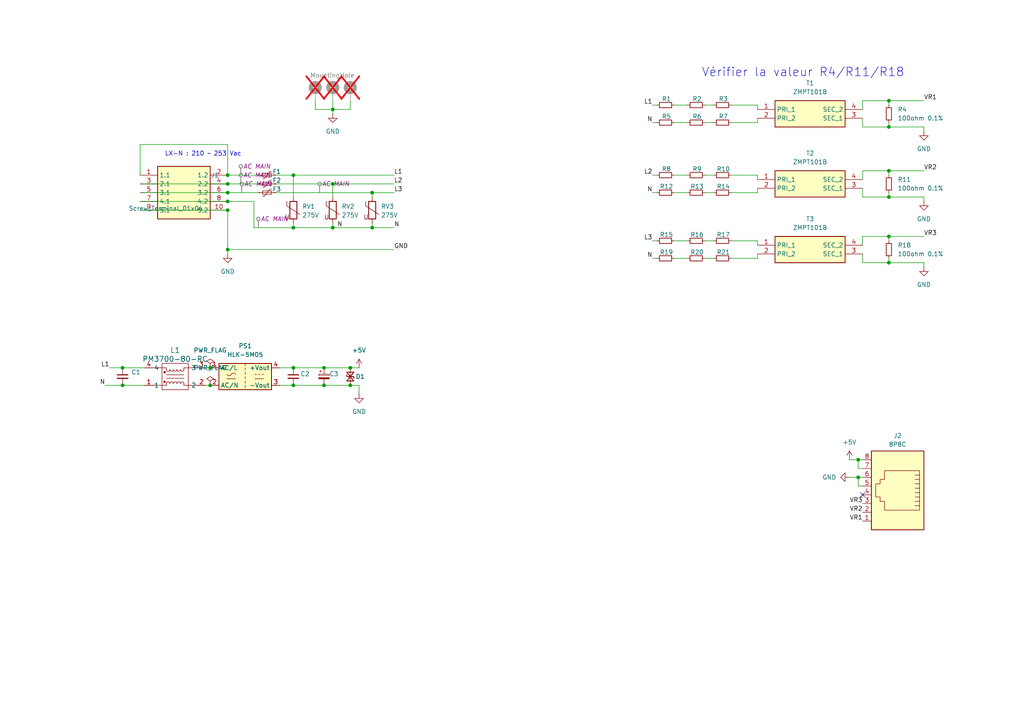
<source format=kicad_sch>
(kicad_sch (version 20231120) (generator "eeschema") (generator_version "8.0")
  (paper "A4")
  (lib_symbols
    (symbol "Connector:8P8C" (pin_names (offset 1.016))
      (property "Reference" "J" (at -5.08 13.97 0))
      (property "Value" "8P8C" (at 2.54 13.97 0))
      (symbol "8P8C_0_1"
        (polyline (pts (xy -5.08 4.445) (xy -6.35 4.445)))
        (polyline (pts (xy -5.08 5.715) (xy -6.35 5.715)))
        (polyline (pts (xy -6.35 -3.175) (xy -5.08 -3.175) (xy -5.08 -3.175)))
        (polyline (pts (xy -6.35 -1.905) (xy -5.08 -1.905) (xy -5.08 -1.905)))
        (polyline (pts (xy -6.35 -0.635) (xy -5.08 -0.635) (xy -5.08 -0.635)))
        (polyline (pts (xy -6.35 0.635) (xy -5.08 0.635) (xy -5.08 0.635)))
        (polyline (pts (xy -6.35 1.905) (xy -5.08 1.905) (xy -5.08 1.905)))
        (polyline (pts (xy -5.08 3.175) (xy -6.35 3.175) (xy -6.35 3.175)))
        (polyline (pts (xy -6.35 -4.445) (xy -6.35 6.985) (xy 3.81 6.985) (xy 3.81 4.445) (xy 5.08 4.445) (xy 5.08 3.175) (xy 6.35 3.175) (xy 6.35 -0.635) (xy 5.08 -0.635) (xy 5.08 -1.905) (xy 3.81 -1.905) (xy 3.81 -4.445) (xy -6.35 -4.445) (xy -6.35 -4.445)))
        (rectangle (start 7.62 12.7) (end -7.62 -10.16) (stroke (width 0.254)) (fill (type background)))
      )
      (symbol "8P8C_1_1"
        (pin passive line (at 10.16 -7.62 180) (length 2.54) (name "~") (number "1"))
        (pin passive line (at 10.16 -5.08 180) (length 2.54) (name "~") (number "2"))
        (pin passive line (at 10.16 -2.54 180) (length 2.54) (name "~") (number "3"))
        (pin passive line (at 10.16 0 180) (length 2.54) (name "~") (number "4"))
        (pin passive line (at 10.16 2.54 180) (length 2.54) (name "~") (number "5"))
        (pin passive line (at 10.16 5.08 180) (length 2.54) (name "~") (number "6"))
        (pin passive line (at 10.16 7.62 180) (length 2.54) (name "~") (number "7"))
        (pin passive line (at 10.16 10.16 180) (length 2.54) (name "~") (number "8"))
      )
    )
    (symbol "Converter_ACDC:HLK-5M05"
      (property "Reference" "PS" (at 0 5.08 0))
      (property "Value" "HLK-5M05" (at 0 -5.08 0))
      (symbol "HLK-5M05_0_1"
        (rectangle (start -7.62 3.81) (end 7.62 -3.81) (stroke (width 0.254)) (fill (type background)))
        (arc (start -5.334 0.635) (mid -4.699 0.2495) (end -4.064 0.635))
        (arc (start -2.794 0.635) (mid -3.429 1.0072) (end -4.064 0.635))
        (polyline (pts (xy -5.334 -0.635) (xy -2.794 -0.635)))
        (polyline (pts (xy 0 -2.54) (xy 0 -3.175)))
        (polyline (pts (xy 0 -1.27) (xy 0 -1.905)))
        (polyline (pts (xy 0 0) (xy 0 -0.635)))
        (polyline (pts (xy 0 1.27) (xy 0 0.635)))
        (polyline (pts (xy 0 2.54) (xy 0 1.905)))
        (polyline (pts (xy 0 3.81) (xy 0 3.175)))
        (polyline (pts (xy 2.794 -0.635) (xy 5.334 -0.635)))
        (polyline (pts (xy 2.794 0.635) (xy 3.302 0.635)))
        (polyline (pts (xy 3.81 0.635) (xy 4.318 0.635)))
        (polyline (pts (xy 4.826 0.635) (xy 5.334 0.635)))
      )
      (symbol "HLK-5M05_1_1"
        (pin power_in line (at -10.16 2.54 0) (length 2.54) (name "AC/L") (number "1"))
        (pin power_in line (at -10.16 -2.54 0) (length 2.54) (name "AC/N") (number "2"))
        (pin power_out line (at 10.16 -2.54 180) (length 2.54) (name "-Vout") (number "3"))
        (pin power_out line (at 10.16 2.54 180) (length 2.54) (name "+Vout") (number "4"))
      )
    )
    (symbol "Device:C_Polarized_Small" (pin_numbers hide) (pin_names (offset 0.254) hide)
      (property "Reference" "C" (at 0.254 1.778 0))
      (property "Value" "C_Polarized_Small" (at 0.254 -2.032 0))
      (symbol "C_Polarized_Small_0_1"
        (rectangle (start -1.524 -0.3048) (end 1.524 -0.6858) (fill (type outline)))
        (rectangle (start -1.524 0.6858) (end 1.524 0.3048))
        (polyline (pts (xy -1.27 1.524) (xy -0.762 1.524)))
        (polyline (pts (xy -1.016 1.27) (xy -1.016 1.778)))
      )
      (symbol "C_Polarized_Small_1_1"
        (pin passive line (at 0 2.54 270) (length 1.8542) (name "~") (number "1"))
        (pin passive line (at 0 -2.54 90) (length 1.8542) (name "~") (number "2"))
      )
    )
    (symbol "Device:C_Small" (pin_numbers hide) (pin_names (offset 0.254) hide)
      (property "Reference" "C" (at 0.254 1.778 0))
      (property "Value" "C_Small" (at 0.254 -2.032 0))
      (symbol "C_Small_0_1"
        (polyline (pts (xy -1.524 -0.508) (xy 1.524 -0.508)) (stroke (width 0.3302)))
        (polyline (pts (xy -1.524 0.508) (xy 1.524 0.508)) (stroke (width 0.3048)))
      )
      (symbol "C_Small_1_1"
        (pin passive line (at 0 2.54 270) (length 2.032) (name "~") (number "1"))
        (pin passive line (at 0 -2.54 90) (length 2.032) (name "~") (number "2"))
      )
    )
    (symbol "Device:D_TVS_Small" (pin_numbers hide) (pin_names (offset 1.016) hide)
      (property "Reference" "D" (at 0 2.54 0))
      (property "Value" "D_TVS_Small" (at 0 -2.54 0))
      (symbol "D_TVS_Small_0_1"
        (polyline (pts (xy -1.27 0) (xy 1.27 0)))
        (polyline (pts (xy 0.508 1.016) (xy 0 1.016) (xy 0 -1.016) (xy -0.508 -1.016)) (stroke (width 0.254)))
        (polyline (pts (xy -1.27 1.016) (xy -1.27 -1.016) (xy 1.27 1.016) (xy 1.27 -1.016) (xy -1.27 1.016)) (stroke (width 0.254)))
      )
      (symbol "D_TVS_Small_1_1"
        (pin passive line (at -2.54 0 0) (length 1.27) (name "A1") (number "1"))
        (pin passive line (at 2.54 0 180) (length 1.27) (name "A2") (number "2"))
      )
    )
    (symbol "Device:Polyfuse_Small" (pin_numbers hide) (pin_names (offset 0))
      (property "Reference" "F" (at -1.905 0 90))
      (property "Value" "Polyfuse_Small" (at 1.905 0 90))
      (symbol "Polyfuse_Small_0_1"
        (rectangle (start -0.508 1.27) (end 0.508 -1.27))
        (polyline (pts (xy 0 2.54) (xy 0 -2.54)))
        (polyline (pts (xy -1.016 1.27) (xy -1.016 0.762) (xy 1.016 -0.762) (xy 1.016 -1.27)))
      )
      (symbol "Polyfuse_Small_1_1"
        (pin passive line (at 0 2.54 270) (length 0.635) (name "~") (number "1"))
        (pin passive line (at 0 -2.54 90) (length 0.635) (name "~") (number "2"))
      )
    )
    (symbol "Device:R_Small" (pin_numbers hide) (pin_names (offset 0.254) hide)
      (property "Reference" "R" (at 0.762 0.508 0))
      (property "Value" "R_Small" (at 0.762 -1.016 0))
      (symbol "R_Small_0_1"
        (rectangle (start -0.762 1.778) (end 0.762 -1.778) (stroke (width 0.2032)))
      )
      (symbol "R_Small_1_1"
        (pin passive line (at 0 2.54 270) (length 0.762) (name "~") (number "1"))
        (pin passive line (at 0 -2.54 90) (length 0.762) (name "~") (number "2"))
      )
    )
    (symbol "Device:Varistor" (pin_numbers hide) (pin_names (offset 0))
      (property "Reference" "RV" (at 3.175 0 90))
      (property "Value" "Varistor" (at -3.175 0 90))
      (symbol "Varistor_0_0"
        (text "U" (at -1.778 -2.032 0) (effects (font (size 1.27 1.27))))
      )
      (symbol "Varistor_0_1"
        (rectangle (start -1.016 -2.54) (end 1.016 2.54) (stroke (width 0.254)))
        (polyline (pts (xy -1.905 2.54) (xy -1.905 1.27) (xy 1.905 -1.27)))
      )
      (symbol "Varistor_1_1"
        (pin passive line (at 0 3.81 270) (length 1.27) (name "~") (number "1"))
        (pin passive line (at 0 -3.81 90) (length 1.27) (name "~") (number "2"))
      )
    )
    (symbol "Enerwize:2913630000"
      (property "Reference" "J" (at 21.59 7.62 0))
      (property "Value" "2913630000" (at 21.59 5.08 0))
      (symbol "2913630000_1_1"
        (rectangle (start 5.08 2.54) (end 20.32 -12.7) (stroke (width 0.254)) (fill (type background)))
        (pin passive line (at 25.4 0 180) (length 5.08) (name "1.1") (number "1"))
        (pin passive line (at 0 -10.16 0) (length 5.08) (name "5.2") (number "10"))
        (pin passive line (at 0 0 0) (length 5.08) (name "1.2") (number "2"))
        (pin passive line (at 25.4 -2.54 180) (length 5.08) (name "2.1") (number "3"))
        (pin passive line (at 0 -2.54 0) (length 5.08) (name "2.2") (number "4"))
        (pin passive line (at 25.4 -5.08 180) (length 5.08) (name "3.1") (number "5"))
        (pin passive line (at 0 -5.08 0) (length 5.08) (name "3.2") (number "6"))
        (pin passive line (at 25.4 -7.62 180) (length 5.08) (name "4.1") (number "7"))
        (pin passive line (at 0 -7.62 0) (length 5.08) (name "4.2") (number "8"))
        (pin passive line (at 25.4 -10.16 180) (length 5.08) (name "5.1") (number "9"))
      )
    )
    (symbol "Enerwize:PM3700-80-RC" (pin_names (offset 0.254))
      (property "Reference" "L" (at 12.7 5.08 0))
      (property "Value" "PM3700-80-RC" (at 12.7 8.128 0))
      (symbol "PM3700-80-RC_0_1"
        (polyline (pts (xy 6.35 0) (xy 10.16 0)))
        (polyline (pts (xy 10.16 -5.08) (xy 6.35 -5.08)))
        (polyline (pts (xy 10.16 -4.572) (xy 10.16 -5.08)))
        (polyline (pts (xy 10.16 -3.048) (xy 15.24 -3.048)))
        (polyline (pts (xy 10.16 -0.508) (xy 10.16 0)))
        (polyline (pts (xy 15.24 -5.08) (xy 15.24 -4.572)))
        (polyline (pts (xy 15.24 -2.032) (xy 10.16 -2.032)))
        (polyline (pts (xy 15.24 -0.508) (xy 15.24 0)))
        (polyline (pts (xy 19.05 -5.08) (xy 15.24 -5.08)))
        (polyline (pts (xy 19.05 0) (xy 15.24 0)))
        (rectangle (start 8.89 1.27) (end 16.51 -6.35))
        (circle (center 9.652 -4.064) (radius 0.254) (fill (type outline)))
        (circle (center 9.652 -1.27) (radius 0.254) (fill (type outline)))
        (arc (start 10.16 -0.508) (mid 10.668 -1.0138) (end 11.176 -0.508))
        (arc (start 11.176 -4.572) (mid 10.668 -4.0662) (end 10.16 -4.572))
        (arc (start 11.176 -0.508) (mid 11.684 -1.0138) (end 12.192 -0.508))
        (arc (start 12.192 -4.572) (mid 11.684 -4.0662) (end 11.176 -4.572))
        (arc (start 12.192 -0.508) (mid 12.7 -1.0138) (end 13.208 -0.508))
        (arc (start 13.208 -4.572) (mid 12.7 -4.0662) (end 12.192 -4.572))
        (arc (start 13.208 -0.508) (mid 13.716 -1.0138) (end 14.224 -0.508))
        (arc (start 14.224 -4.572) (mid 13.716 -4.0662) (end 13.208 -4.572))
        (arc (start 14.224 -0.508) (mid 14.732 -1.0138) (end 15.24 -0.508))
        (arc (start 15.24 -4.572) (mid 14.732 -4.0662) (end 14.224 -4.572))
      )
      (symbol "PM3700-80-RC_1_1"
        (pin passive line (at 3.81 -5.08 0) (length 2.54) (name "1") (number "1"))
        (pin passive line (at 21.59 -5.08 180) (length 2.54) (name "2") (number "2"))
        (pin passive line (at 21.59 0 180) (length 2.54) (name "3") (number "3"))
        (pin passive line (at 3.81 0 0) (length 2.54) (name "4") (number "4"))
      )
    )
    (symbol "Enerwize:ZMPT101B"
      (property "Reference" "T" (at 26.67 7.62 0))
      (property "Value" "ZMPT101B" (at 26.67 5.08 0))
      (symbol "ZMPT101B_1_1"
        (rectangle (start 5.08 2.54) (end 25.4 -5.08) (stroke (width 0.254)) (fill (type background)))
        (pin passive line (at 0 0 0) (length 5.08) (name "PRI_1") (number "1"))
        (pin passive line (at 0 -2.54 0) (length 5.08) (name "PRI_2") (number "2"))
        (pin passive line (at 30.48 -2.54 180) (length 5.08) (name "SEC_1") (number "3"))
        (pin passive line (at 30.48 0 180) (length 5.08) (name "SEC_2") (number "4"))
      )
    )
    (symbol "Mechanical:MountingHole_Pad" (pin_numbers hide) (pin_names (offset 1.016) hide) (exclude_from_sim yes) (in_bom no)
      (property "Reference" "H" (at 0 6.35 0))
      (property "Value" "MountingHole_Pad" (at 0 4.445 0))
      (symbol "MountingHole_Pad_0_1"
        (circle (center 0 1.27) (radius 1.27) (stroke (width 1.27)))
      )
      (symbol "MountingHole_Pad_1_1"
        (pin input line (at 0 -2.54 90) (length 2.54) (name "1") (number "1"))
      )
    )
    (symbol "power:+5V" (power) (pin_numbers hide) (pin_names (offset 0) hide)
      (property "Value" "+5V" (at 0 3.556 0))
      (symbol "+5V_0_1"
        (polyline (pts (xy -0.762 1.27) (xy 0 2.54)))
        (polyline (pts (xy 0 0) (xy 0 2.54)))
        (polyline (pts (xy 0 2.54) (xy 0.762 1.27)))
      )
      (symbol "+5V_1_1"
        (pin power_in line (at 0 0 90) (length 0) (name "~") (number "1"))
      )
    )
    (symbol "power:GND" (power) (pin_numbers hide) (pin_names (offset 0) hide)
      (property "Value" "GND" (at 0 -3.81 0))
      (symbol "GND_0_1"
        (polyline (pts (xy 0 0) (xy 0 -1.27) (xy 1.27 -1.27) (xy 0 -2.54) (xy -1.27 -1.27) (xy 0 -1.27)))
      )
      (symbol "GND_1_1"
        (pin power_in line (at 0 0 270) (length 0) (name "~") (number "1"))
      )
    )
    (symbol "power:PWR_FLAG" (power) (pin_numbers hide) (pin_names (offset 0) hide)
      (property "Value" "PWR_FLAG" (at 0 3.81 0))
      (symbol "PWR_FLAG_0_0"
        (pin power_out line (at 0 0 90) (length 0) (name "~") (number "1"))
      )
      (symbol "PWR_FLAG_0_1"
        (polyline (pts (xy 0 0) (xy 0 1.27) (xy -1.016 1.905) (xy 0 2.54) (xy 1.016 1.905) (xy 0 1.27)))
      )
    )
  )
  (junction (at 93.98 111.76))
  (junction (at 60.96 106.68))
  (junction (at 107.95 55.88))
  (junction (at 60.96 111.76))
  (junction (at 257.81 29.21))
  (junction (at 66.04 58.42))
  (junction (at 66.04 53.34))
  (junction (at 101.6 111.76))
  (junction (at 257.81 49.53))
  (junction (at 85.09 50.8))
  (junction (at 35.56 106.68))
  (junction (at 257.81 68.58))
  (junction (at 96.52 66.04))
  (junction (at 85.09 106.68))
  (junction (at 93.98 106.68))
  (junction (at 107.95 66.04))
  (junction (at 66.04 72.39))
  (junction (at 35.56 111.76))
  (junction (at 96.52 53.34))
  (junction (at 85.09 66.04))
  (junction (at 66.04 55.88))
  (junction (at 66.04 50.8))
  (junction (at 96.52 31.75))
  (junction (at 101.6 106.68))
  (junction (at 257.81 76.2))
  (junction (at 248.92 133.35))
  (junction (at 257.81 36.83))
  (junction (at 66.04 60.96))
  (junction (at 85.09 111.76))
  (junction (at 257.81 57.15))
  (junction (at 248.92 138.43))
  (no_connect (at 250.19 143.51))
  (wire (pts (xy 257.81 68.58) (xy 257.81 69.85)))
  (wire (pts (xy 80.01 50.8) (xy 85.09 50.8)))
  (wire (pts (xy 30.48 111.76) (xy 35.56 111.76)))
  (wire (pts (xy 250.19 54.61) (xy 250.19 57.15)))
  (wire (pts (xy 73.66 66.04) (xy 73.66 58.42)))
  (wire (pts (xy 257.81 36.83) (xy 257.81 35.56)))
  (wire (pts (xy 190.5 35.56) (xy 189.23 35.56)))
  (wire (pts (xy 66.04 53.34) (xy 74.93 53.34)))
  (wire (pts (xy 219.71 50.8) (xy 219.71 52.07)))
  (wire (pts (xy 190.5 55.88) (xy 189.23 55.88)))
  (wire (pts (xy 96.52 33.02) (xy 96.52 31.75)))
  (wire (pts (xy 250.19 34.29) (xy 250.19 36.83)))
  (wire (pts (xy 248.92 133.35) (xy 246.38 133.35)))
  (wire (pts (xy 91.44 31.75) (xy 96.52 31.75)))
  (wire (pts (xy 80.01 53.34) (xy 96.52 53.34)))
  (wire (pts (xy 190.5 74.93) (xy 189.23 74.93)))
  (wire (pts (xy 59.69 111.76) (xy 60.96 111.76)))
  (wire (pts (xy 267.97 57.15) (xy 267.97 58.42)))
  (wire (pts (xy 212.09 30.48) (xy 219.71 30.48)))
  (wire (pts (xy 250.19 133.35) (xy 248.92 133.35)))
  (wire (pts (xy 31.75 106.68) (xy 35.56 106.68)))
  (wire (pts (xy 257.81 76.2) (xy 267.97 76.2)))
  (wire (pts (xy 250.19 52.07) (xy 250.19 49.53)))
  (wire (pts (xy 107.95 55.88) (xy 107.95 57.15)))
  (wire (pts (xy 96.52 53.34) (xy 114.3 53.34)))
  (wire (pts (xy 40.64 60.96) (xy 66.04 60.96)))
  (wire (pts (xy 248.92 135.89) (xy 248.92 133.35)))
  (wire (pts (xy 204.47 55.88) (xy 207.01 55.88)))
  (wire (pts (xy 250.19 73.66) (xy 250.19 76.2)))
  (wire (pts (xy 66.04 41.91) (xy 66.04 50.8)))
  (wire (pts (xy 250.19 135.89) (xy 248.92 135.89)))
  (wire (pts (xy 219.71 35.56) (xy 219.71 34.29)))
  (wire (pts (xy 85.09 50.8) (xy 114.3 50.8)))
  (wire (pts (xy 96.52 53.34) (xy 96.52 57.15)))
  (wire (pts (xy 93.98 106.68) (xy 101.6 106.68)))
  (wire (pts (xy 85.09 111.76) (xy 93.98 111.76)))
  (wire (pts (xy 250.19 76.2) (xy 257.81 76.2)))
  (wire (pts (xy 189.23 30.48) (xy 190.5 30.48)))
  (wire (pts (xy 267.97 76.2) (xy 267.97 77.47)))
  (wire (pts (xy 257.81 57.15) (xy 257.81 55.88)))
  (wire (pts (xy 40.64 41.91) (xy 66.04 41.91)))
  (wire (pts (xy 250.19 36.83) (xy 257.81 36.83)))
  (wire (pts (xy 257.81 76.2) (xy 257.81 74.93)))
  (wire (pts (xy 195.58 50.8) (xy 199.39 50.8)))
  (wire (pts (xy 85.09 106.68) (xy 93.98 106.68)))
  (wire (pts (xy 204.47 74.93) (xy 207.01 74.93)))
  (wire (pts (xy 189.23 50.8) (xy 190.5 50.8)))
  (wire (pts (xy 212.09 74.93) (xy 219.71 74.93)))
  (wire (pts (xy 40.64 55.88) (xy 66.04 55.88)))
  (wire (pts (xy 204.47 50.8) (xy 207.01 50.8)))
  (wire (pts (xy 93.98 111.76) (xy 101.6 111.76)))
  (wire (pts (xy 212.09 35.56) (xy 219.71 35.56)))
  (wire (pts (xy 267.97 36.83) (xy 267.97 38.1)))
  (wire (pts (xy 35.56 106.68) (xy 41.91 106.68)))
  (wire (pts (xy 212.09 69.85) (xy 219.71 69.85)))
  (wire (pts (xy 107.95 64.77) (xy 107.95 66.04)))
  (wire (pts (xy 96.52 66.04) (xy 107.95 66.04)))
  (wire (pts (xy 257.81 68.58) (xy 267.97 68.58)))
  (wire (pts (xy 250.19 49.53) (xy 257.81 49.53)))
  (wire (pts (xy 40.64 50.8) (xy 40.64 41.91)))
  (wire (pts (xy 101.6 106.68) (xy 104.14 106.68)))
  (wire (pts (xy 66.04 50.8) (xy 74.93 50.8)))
  (wire (pts (xy 104.14 111.76) (xy 104.14 114.3)))
  (wire (pts (xy 96.52 29.21) (xy 96.52 31.75)))
  (wire (pts (xy 219.71 69.85) (xy 219.71 71.12)))
  (wire (pts (xy 73.66 58.42) (xy 66.04 58.42)))
  (wire (pts (xy 212.09 55.88) (xy 219.71 55.88)))
  (wire (pts (xy 104.14 111.76) (xy 101.6 111.76)))
  (wire (pts (xy 195.58 55.88) (xy 199.39 55.88)))
  (wire (pts (xy 107.95 66.04) (xy 114.3 66.04)))
  (wire (pts (xy 219.71 30.48) (xy 219.71 31.75)))
  (wire (pts (xy 257.81 49.53) (xy 267.97 49.53)))
  (wire (pts (xy 204.47 30.48) (xy 207.01 30.48)))
  (wire (pts (xy 250.19 138.43) (xy 248.92 138.43)))
  (wire (pts (xy 195.58 30.48) (xy 199.39 30.48)))
  (wire (pts (xy 250.19 140.97) (xy 248.92 140.97)))
  (wire (pts (xy 195.58 69.85) (xy 199.39 69.85)))
  (wire (pts (xy 101.6 31.75) (xy 96.52 31.75)))
  (wire (pts (xy 250.19 57.15) (xy 257.81 57.15)))
  (wire (pts (xy 257.81 29.21) (xy 257.81 30.48)))
  (wire (pts (xy 189.23 69.85) (xy 190.5 69.85)))
  (wire (pts (xy 101.6 29.21) (xy 101.6 31.75)))
  (wire (pts (xy 250.19 31.75) (xy 250.19 29.21)))
  (wire (pts (xy 35.56 111.76) (xy 41.91 111.76)))
  (wire (pts (xy 66.04 72.39) (xy 114.3 72.39)))
  (wire (pts (xy 195.58 35.56) (xy 199.39 35.56)))
  (wire (pts (xy 219.71 74.93) (xy 219.71 73.66)))
  (wire (pts (xy 107.95 55.88) (xy 114.3 55.88)))
  (wire (pts (xy 204.47 35.56) (xy 207.01 35.56)))
  (wire (pts (xy 250.19 68.58) (xy 257.81 68.58)))
  (wire (pts (xy 85.09 57.15) (xy 85.09 50.8)))
  (wire (pts (xy 40.64 53.34) (xy 66.04 53.34)))
  (wire (pts (xy 257.81 29.21) (xy 267.97 29.21)))
  (wire (pts (xy 85.09 66.04) (xy 96.52 66.04)))
  (wire (pts (xy 204.47 69.85) (xy 207.01 69.85)))
  (wire (pts (xy 85.09 64.77) (xy 85.09 66.04)))
  (wire (pts (xy 66.04 55.88) (xy 74.93 55.88)))
  (wire (pts (xy 66.04 72.39) (xy 66.04 73.66)))
  (wire (pts (xy 250.19 71.12) (xy 250.19 68.58)))
  (wire (pts (xy 219.71 55.88) (xy 219.71 54.61)))
  (wire (pts (xy 212.09 50.8) (xy 219.71 50.8)))
  (wire (pts (xy 81.28 111.76) (xy 85.09 111.76)))
  (wire (pts (xy 91.44 29.21) (xy 91.44 31.75)))
  (wire (pts (xy 66.04 60.96) (xy 66.04 72.39)))
  (wire (pts (xy 248.92 140.97) (xy 248.92 138.43)))
  (wire (pts (xy 195.58 74.93) (xy 199.39 74.93)))
  (wire (pts (xy 250.19 29.21) (xy 257.81 29.21)))
  (wire (pts (xy 257.81 36.83) (xy 267.97 36.83)))
  (wire (pts (xy 96.52 64.77) (xy 96.52 66.04)))
  (wire (pts (xy 80.01 55.88) (xy 107.95 55.88)))
  (wire (pts (xy 257.81 57.15) (xy 267.97 57.15)))
  (wire (pts (xy 40.64 58.42) (xy 66.04 58.42)))
  (wire (pts (xy 257.81 49.53) (xy 257.81 50.8)))
  (wire (pts (xy 59.69 106.68) (xy 60.96 106.68)))
  (wire (pts (xy 73.66 66.04) (xy 85.09 66.04)))
  (wire (pts (xy 248.92 138.43) (xy 246.38 138.43)))
  (wire (pts (xy 81.28 106.68) (xy 85.09 106.68)))
  (text "Vérifier la valeur R4/R11/R18\n" (at 232.918 21.082 0) (effects (font (size 2.5 2.5))))
  (text "LX-N : 210 ~ 253 Vac" (at 58.928 44.704 0) (effects (font (size 1.27 1.27))))
  (label "N" (at 189.23 55.88 180))
  (label "VR3" (at 267.97 68.58 0))
  (label "L3" (at 114.3 55.88 0))
  (label "N" (at 97.79 66.04 0))
  (label "VR2" (at 250.19 148.59 180))
  (label "L1" (at 114.3 50.8 0))
  (label "VR1" (at 267.97 29.21 0))
  (label "N" (at 189.23 74.93 180))
  (label "N" (at 189.23 35.56 180))
  (label "VR3" (at 250.19 146.05 180))
  (label "L1" (at 189.23 30.48 180))
  (label "L2" (at 189.23 50.8 180))
  (label "VR2" (at 267.97 49.53 0))
  (label "L3" (at 189.23 69.85 180))
  (label "N" (at 30.48 111.76 180))
  (label "N" (at 114.3 66.04 0))
  (label "VR1" (at 250.19 151.13 180))
  (label "GND" (at 114.3 72.39 0))
  (label "L2" (at 114.3 53.34 0))
  (label "L1" (at 31.75 106.68 180))
  (netclass_flag "" (length 2.54) (shape round) (at 70.1283 55.88 0) (property "Netclass" "AC MAIN" (at 70.8268 53.34 0) (effects (font (italic yes)) (justify left))))
  (netclass_flag "" (length 2.54) (shape round) (at 74.93 66.04 0) (property "Netclass" "AC MAIN" (at 75.6285 63.5 0) (effects (font (italic yes)) (justify left))))
  (netclass_flag "" (length 2.54) (shape round) (at 69.85 53.34 0) (property "Netclass" "AC MAIN" (at 70.5485 50.8 0) (effects (font (italic yes)) (justify left))))
  (netclass_flag "" (length 2.54) (shape round) (at 92.71 55.88 0) (property "Netclass" "AC MAIN" (at 93.4085 53.34 0) (effects (font (italic yes)) (justify left))))
  (netclass_flag "" (length 2.54) (shape round) (at 69.85 50.8 0) (property "Netclass" "AC MAIN" (at 70.5485 48.26 0) (effects (font (italic yes)) (justify left))))
  (symbol (lib_id "Enerwize:ZMPT101B") (at 219.71 52.07 0) (unit 1)
    (property "Reference" "T2" (at 234.95 44.45 0))
    (property "Value" "ZMPT101B" (at 234.95 46.99 0))
    (property "Footprint" "Enerwize:ZMPT101B" (effects (hide yes)))
    (property "Description" "Current-type Voltage Transformer" (effects (hide yes)))
    (property "Height" "18.8" (effects (hide yes)))
    (property "Manufacturer_Name" "Qingxian Zeming Langxi Electronic" (effects (hide yes)))
    (property "Manufacturer_Part_Number" "ZMPT101B" (effects (hide yes)))
    (property "LCSC Part #" "C111858" (effects (hide yes)))
    (property "MPN" "ZMPT101B" (effects (hide yes)))
  )
  (symbol (lib_id "Device:R_Small") (at 257.81 53.34 0) (unit 1)
    (property "Reference" "R11" (at 260.35 52.0699 0) (effects (justify left)))
    (property "Value" "100ohm 0.1%" (at 260.35 54.6099 0) (effects (justify left)))
    (property "Footprint" "Resistor_SMD:R_0603_1608Metric_Pad0.98x0.95mm_HandSolder" (effects (hide yes)))
    (property "Description" "Resistor, small symbol" (effects (hide yes)))
    (property "LCSC Part #" "C2989113" (effects (hide yes)))
    (property "MPN" "TC0325B1000T5F" (effects (hide yes)))
  )
  (symbol (lib_id "Enerwize:2913630000") (at 66.04 50.8 0) (mirror y) (unit 1)
    (property "Reference" "J1" (at 63.5 50.7999 0) (effects (justify left)))
    (property "Value" "Screw_Terminal_01x04" (at 58.928 60.452 0) (effects (justify left)))
    (property "Footprint" "Enerwize:2913630000" (effects (hide yes)))
    (property "Datasheet" "http://catalog.weidmueller.com/createDatasheetForMobile.do?ordernumber=2913630000&scope1=1&scope2=1&localeId=en" (effects (hide yes)))
    (property "Description" "Printed circuit board terminals, PCB terminal, THT solder connection, Pitch in mm: 5.00 mm, Number of poles: 5, Tube" (effects (hide yes)))
    (property "Height" "13.2" (effects (hide yes)))
    (property "Mouser Part Number" "470-2913630000" (effects (hide yes)))
    (property "Mouser Price/Stock" "https://www.mouser.co.uk/ProductDetail/Weidmuller/2913630000?qs=Z%252BL2brAPG1KgOprUAc85ZA%3D%3D" (effects (hide yes)))
    (property "Manufacturer_Name" "Weidmuller" (effects (hide yes)))
    (property "Manufacturer_Part_Number" "2913630000" (effects (hide yes)))
    (property "MPN" "2913630000" (effects (hide yes)))
  )
  (symbol (lib_id "Enerwize:ZMPT101B") (at 219.71 31.75 0) (unit 1)
    (property "Reference" "T1" (at 234.95 24.13 0))
    (property "Value" "ZMPT101B" (at 234.95 26.67 0))
    (property "Footprint" "Enerwize:ZMPT101B" (effects (hide yes)))
    (property "Description" "Current-type Voltage Transformer" (effects (hide yes)))
    (property "Height" "18.8" (effects (hide yes)))
    (property "Manufacturer_Name" "Qingxian Zeming Langxi Electronic" (effects (hide yes)))
    (property "Manufacturer_Part_Number" "ZMPT101B" (effects (hide yes)))
    (property "LCSC Part #" "C111858" (effects (hide yes)))
    (property "MPN" "ZMPT101B" (effects (hide yes)))
  )
  (symbol (lib_id "Device:R_Small") (at 193.04 30.48 90) (unit 1)
    (property "Reference" "R1" (at 193.294 28.702 90))
    (property "Value" "10k 150V ±100ppm/℃ ±1%" (effects (hide yes)))
    (property "Footprint" "Resistor_SMD:R_0805_2012Metric_Pad1.20x1.40mm_HandSolder" (effects (hide yes)))
    (property "Description" "Resistor, small symbol" (effects (hide yes)))
    (property "LCSC Part #" "C2785236" (effects (hide yes)))
    (property "MPN" "PS05W3F1002T5E" (effects (hide yes)))
  )
  (symbol (lib_id "Device:Varistor") (at 85.09 60.96 0) (unit 1)
    (property "Reference" "RV1" (at 87.63 59.8832 0) (effects (justify left)))
    (property "Value" "275V" (at 87.63 62.4232 0) (effects (justify left)))
    (property "Footprint" "Varistor:RV_Disc_D9mm_W4.8mm_P5mm" (effects (hide yes)))
    (property "Description" "Voltage dependent resistor" (effects (hide yes)))
    (property "Sim.Name" "kicad_builtin_varistor" (effects (hide yes)))
    (property "Sim.Device" "SUBCKT" (effects (hide yes)))
    (property "Sim.Pins" "1=A 2=B" (effects (hide yes)))
    (property "Sim.Params" "threshold=1k" (effects (hide yes)))
    (property "Sim.Library" "${KICAD7_SYMBOL_DIR}/Simulation_SPICE.sp" (effects (hide yes)))
    (property "LCSC Part #" "C5380809" (effects (hide yes)))
  )
  (symbol (lib_id "Device:Varistor") (at 107.95 60.96 0) (unit 1)
    (property "Reference" "RV3" (at 110.49 59.8832 0) (effects (justify left)))
    (property "Value" "275V" (at 110.49 62.4232 0) (effects (justify left)))
    (property "Footprint" "Varistor:RV_Disc_D9mm_W4.8mm_P5mm" (effects (hide yes)))
    (property "Description" "Voltage dependent resistor" (effects (hide yes)))
    (property "Sim.Name" "kicad_builtin_varistor" (effects (hide yes)))
    (property "Sim.Device" "SUBCKT" (effects (hide yes)))
    (property "Sim.Pins" "1=A 2=B" (effects (hide yes)))
    (property "Sim.Params" "threshold=1k" (effects (hide yes)))
    (property "Sim.Library" "${KICAD7_SYMBOL_DIR}/Simulation_SPICE.sp" (effects (hide yes)))
    (property "LCSC Part #" "C5380809" (effects (hide yes)))
  )
  (symbol (lib_id "Mechanical:MountingHole_Pad") (at 101.6 26.67 0) (unit 1) (exclude_from_sim yes) (in_bom no) (dnp yes)
    (property "Reference" "H3" (effects (hide yes)))
    (property "Value" "MountingHole" (effects (hide yes)))
    (property "Footprint" "MountingHole:MountingHole_4.3mm_M4_Pad_Via" (effects (hide yes)))
    (property "Description" "Mounting Hole with connection" (effects (hide yes)))
  )
  (symbol (lib_id "Mechanical:MountingHole_Pad") (at 91.44 26.67 0) (unit 1) (exclude_from_sim yes) (in_bom no) (dnp yes)
    (property "Reference" "H1" (effects (hide yes)))
    (property "Value" "MountingHole" (effects (hide yes)))
    (property "Footprint" "MountingHole:MountingHole_4.3mm_M4_Pad_Via" (effects (hide yes)))
    (property "Description" "Mounting Hole with connection" (effects (hide yes)))
  )
  (symbol (lib_id "Device:R_Small") (at 209.55 74.93 90) (unit 1)
    (property "Reference" "R21" (at 209.804 73.152 90))
    (property "Value" "10k 150V ±100ppm/℃ ±1%" (effects (hide yes)))
    (property "Footprint" "Resistor_SMD:R_0805_2012Metric_Pad1.20x1.40mm_HandSolder" (effects (hide yes)))
    (property "Description" "Resistor, small symbol" (effects (hide yes)))
    (property "LCSC Part #" "C2785236" (effects (hide yes)))
    (property "MPN" "PS05W3F1002T5E" (effects (hide yes)))
  )
  (symbol (lib_id "Converter_ACDC:HLK-5M05") (at 71.12 109.22 0) (unit 1)
    (property "Reference" "PS1" (at 71.12 100.33 0))
    (property "Value" "HLK-5M05" (at 71.12 102.87 0))
    (property "Footprint" "Converter_ACDC:Converter_ACDC_Hi-Link_HLK-5Mxx" (effects (hide yes)))
    (property "Datasheet" "http://h.hlktech.com/download/ACDC%E7%94%B5%E6%BA%90%E6%A8%A1%E5%9D%975W%E7%B3%BB%E5%88%97/1/%E6%B5%B7%E5%87%8C%E7%A7%915W%E7%B3%BB%E5%88%97%E7%94%B5%E6%BA%90%E6%A8%A1%E5%9D%97%E8%A7%84%E6%A0%BC%E4%B9%A6V2.8.pdf" (effects (hide yes)))
    (property "Description" "Compact AC/DC board mount power module 5W, 5V 1A" (effects (hide yes)))
    (property "LCSC Part #" "C209907" (effects (hide yes)))
    (property "MPN" "HLK-5M05" (effects (hide yes)))
  )
  (symbol (lib_id "Device:R_Small") (at 201.93 69.85 90) (unit 1)
    (property "Reference" "R16" (at 202.184 68.072 90))
    (property "Value" "10k 150V ±100ppm/℃ ±1%" (effects (hide yes)))
    (property "Footprint" "Resistor_SMD:R_0805_2012Metric_Pad1.20x1.40mm_HandSolder" (effects (hide yes)))
    (property "Description" "Resistor, small symbol" (effects (hide yes)))
    (property "LCSC Part #" "C2785236" (effects (hide yes)))
    (property "MPN" "PS05W3F1002T5E" (effects (hide yes)))
  )
  (symbol (lib_id "power:GND") (at 267.97 77.47 0) (unit 1)
    (property "Reference" "#PWR03" (effects (hide yes)))
    (property "Value" "GND" (at 267.97 82.55 0))
    (property "Description" "Power symbol creates a global label with name \"GND\" , ground" (effects (hide yes)))
  )
  (symbol (lib_id "Device:Polyfuse_Small") (at 77.47 50.8 90) (unit 1)
    (property "Reference" "F1" (at 80.264 49.784 90))
    (property "Value" "600mA" (effects (hide yes)))
    (property "Footprint" "Fuse:Fuse_Bourns_MF-RG1000" (effects (hide yes)))
    (property "Description" "Resettable fuse, polymeric positive temperature coefficient, small symbol" (effects (hide yes)))
    (property "MPN" "0ZRE0040FF1A" (effects (hide yes)))
    (property "LCSC Part #" "C3761294" (effects (hide yes)))
  )
  (symbol (lib_id "Device:R_Small") (at 209.55 55.88 90) (unit 1)
    (property "Reference" "R14" (at 209.804 54.102 90))
    (property "Value" "10k 150V ±100ppm/℃ ±1%" (effects (hide yes)))
    (property "Footprint" "Resistor_SMD:R_0805_2012Metric_Pad1.20x1.40mm_HandSolder" (effects (hide yes)))
    (property "Description" "Resistor, small symbol" (effects (hide yes)))
    (property "LCSC Part #" "C2785236" (effects (hide yes)))
    (property "MPN" "PS05W3F1002T5E" (effects (hide yes)))
  )
  (symbol (lib_id "power:GND") (at 104.14 114.3 0) (unit 1)
    (property "Reference" "#PWR06" (effects (hide yes)))
    (property "Value" "GND" (at 104.14 119.38 0))
    (property "Description" "Power symbol creates a global label with name \"GND\" , ground" (effects (hide yes)))
  )
  (symbol (lib_id "Enerwize:PM3700-80-RC") (at 38.1 106.68 0) (unit 1)
    (property "Reference" "L1" (at 50.8 101.6 0) (effects (font (size 1.524 1.524))))
    (property "Value" "PM3700-80-RC" (at 50.8 104.14 0) (effects (font (size 1.524 1.524))))
    (property "Footprint" "Enerwize:IND_PM3700" (effects (hide yes)))
    (property "Datasheet" "PM3700-80-RC" (effects (hide yes)))
    (property "LCSC Part #" "C2662178" (effects (hide yes)))
    (property "MPN" "PM3700-80-RC" (effects (hide yes)))
  )
  (symbol (lib_id "power:GND") (at 246.38 138.43 270) (mirror x) (unit 1)
    (property "Reference" "#PWR07" (effects (hide yes)))
    (property "Value" "GND" (at 242.57 138.43 90) (effects (justify right)))
    (property "Description" "Power symbol creates a global label with name \"GND\" , ground" (effects (hide yes)))
  )
  (symbol (lib_id "Device:R_Small") (at 209.55 50.8 90) (unit 1)
    (property "Reference" "R10" (at 209.804 49.022 90))
    (property "Value" "10k 150V ±100ppm/℃ ±1%" (effects (hide yes)))
    (property "Footprint" "Resistor_SMD:R_0805_2012Metric_Pad1.20x1.40mm_HandSolder" (effects (hide yes)))
    (property "Description" "Resistor, small symbol" (effects (hide yes)))
    (property "LCSC Part #" "C2785236" (effects (hide yes)))
    (property "MPN" "PS05W3F1002T5E" (effects (hide yes)))
  )
  (symbol (lib_id "Device:R_Small") (at 257.81 33.02 0) (unit 1)
    (property "Reference" "R4" (at 260.35 31.7499 0) (effects (justify left)))
    (property "Value" "100ohm 0.1%" (at 260.35 34.2899 0) (effects (justify left)))
    (property "Footprint" "Resistor_SMD:R_0603_1608Metric_Pad0.98x0.95mm_HandSolder" (effects (hide yes)))
    (property "Description" "Resistor, small symbol" (effects (hide yes)))
    (property "LCSC Part #" "C2989113" (effects (hide yes)))
    (property "MPN" "TC0325B1000T5F" (effects (hide yes)))
  )
  (symbol (lib_id "Device:C_Small") (at 35.56 109.22 0) (unit 1)
    (property "Reference" "C1" (at 38.1 107.9562 0) (effects (justify left)))
    (property "Value" "1uF X7R 250V ±10%" (effects (hide yes)))
    (property "Footprint" "Capacitor_SMD:C_1812_4532Metric_Pad1.57x3.40mm_HandSolder" (effects (hide yes)))
    (property "Description" "Unpolarized capacitor, small symbol" (effects (hide yes)))
    (property "LCSC Part #" "C381468" (effects (hide yes)))
  )
  (symbol (lib_id "power:GND") (at 96.52 33.02 0) (unit 1)
    (property "Reference" "#PWR010" (effects (hide yes)))
    (property "Value" "GND" (at 96.52 38.1 0))
    (property "Description" "Power symbol creates a global label with name \"GND\" , ground" (effects (hide yes)))
  )
  (symbol (lib_id "Mechanical:MountingHole_Pad") (at 96.52 26.67 0) (unit 1) (exclude_from_sim yes) (in_bom no) (dnp yes)
    (property "Reference" "H2" (effects (hide yes)))
    (property "Value" "MountingHole" (at 89.916 21.844 0) (effects (justify left)))
    (property "Footprint" "MountingHole:MountingHole_4.3mm_M4_Pad_Via" (effects (hide yes)))
    (property "Description" "Mounting Hole with connection" (effects (hide yes)))
  )
  (symbol (lib_id "Device:R_Small") (at 201.93 50.8 90) (unit 1)
    (property "Reference" "R9" (at 202.184 49.022 90))
    (property "Value" "10k 150V ±100ppm/℃ ±1%" (effects (hide yes)))
    (property "Footprint" "Resistor_SMD:R_0805_2012Metric_Pad1.20x1.40mm_HandSolder" (effects (hide yes)))
    (property "Description" "Resistor, small symbol" (effects (hide yes)))
    (property "LCSC Part #" "C2785236" (effects (hide yes)))
    (property "MPN" "PS05W3F1002T5E" (effects (hide yes)))
  )
  (symbol (lib_id "Device:R_Small") (at 209.55 35.56 90) (unit 1)
    (property "Reference" "R7" (at 209.804 33.782 90))
    (property "Value" "10k 150V ±100ppm/℃ ±1%" (effects (hide yes)))
    (property "Footprint" "Resistor_SMD:R_0805_2012Metric_Pad1.20x1.40mm_HandSolder" (effects (hide yes)))
    (property "Description" "Resistor, small symbol" (effects (hide yes)))
    (property "LCSC Part #" "C2785236" (effects (hide yes)))
    (property "MPN" "PS05W3F1002T5E" (effects (hide yes)))
  )
  (symbol (lib_id "power:PWR_FLAG") (at 60.96 106.68 0) (unit 1)
    (property "Reference" "#FLG01" (effects (hide yes)))
    (property "Value" "PWR_FLAG" (at 60.96 101.6 0))
    (property "Description" "Special symbol for telling ERC where power comes from" (effects (hide yes)))
  )
  (symbol (lib_id "Device:C_Small") (at 85.09 109.22 0) (unit 1)
    (property "Reference" "C2" (at 87.122 108.458 0) (effects (justify left)))
    (property "Value" "1uF 16V" (effects (hide yes)))
    (property "Footprint" "Capacitor_SMD:C_0603_1608Metric_Pad1.08x0.95mm_HandSolder" (effects (hide yes)))
    (property "Description" "Unpolarized capacitor, small symbol" (effects (hide yes)))
    (property "LCSC Part #" "C1592" (effects (hide yes)))
  )
  (symbol (lib_id "Connector:8P8C") (at 260.35 143.51 0) (mirror y) (unit 1)
    (property "Reference" "J2" (at 260.35 126.365 0))
    (property "Value" "8P8C" (at 260.35 128.905 0))
    (property "Footprint" "Enerwize:MTJ881X1" (effects (hide yes)))
    (property "Manufacturer_Part_Number" "MTJ-881X1" (effects (hide yes)))
    (property "LCSC#" "C6917143" (effects (hide yes)))
    (property "LCSC Part #" "C6917143" (effects (hide yes)))
  )
  (symbol (lib_id "Device:R_Small") (at 201.93 55.88 90) (unit 1)
    (property "Reference" "R13" (at 202.184 54.102 90))
    (property "Value" "10k 150V ±100ppm/℃ ±1%" (effects (hide yes)))
    (property "Footprint" "Resistor_SMD:R_0805_2012Metric_Pad1.20x1.40mm_HandSolder" (effects (hide yes)))
    (property "Description" "Resistor, small symbol" (effects (hide yes)))
    (property "LCSC Part #" "C2785236" (effects (hide yes)))
    (property "MPN" "PS05W3F1002T5E" (effects (hide yes)))
  )
  (symbol (lib_id "Device:R_Small") (at 209.55 30.48 90) (unit 1)
    (property "Reference" "R3" (at 209.804 28.702 90))
    (property "Value" "10k 150V ±100ppm/℃ ±1%" (effects (hide yes)))
    (property "Footprint" "Resistor_SMD:R_0805_2012Metric_Pad1.20x1.40mm_HandSolder" (effects (hide yes)))
    (property "Description" "Resistor, small symbol" (effects (hide yes)))
    (property "LCSC Part #" "C2785236" (effects (hide yes)))
    (property "MPN" "PS05W3F1002T5E" (effects (hide yes)))
  )
  (symbol (lib_id "power:GND") (at 66.04 73.66 0) (unit 1)
    (property "Reference" "#PWR04" (effects (hide yes)))
    (property "Value" "GND" (at 66.04 78.74 0))
    (property "Description" "Power symbol creates a global label with name \"GND\" , ground" (effects (hide yes)))
  )
  (symbol (lib_id "Device:R_Small") (at 193.04 74.93 90) (unit 1)
    (property "Reference" "R19" (at 193.294 73.152 90))
    (property "Value" "10k 150V ±100ppm/℃ ±1%" (effects (hide yes)))
    (property "Footprint" "Resistor_SMD:R_0805_2012Metric_Pad1.20x1.40mm_HandSolder" (effects (hide yes)))
    (property "Description" "Resistor, small symbol" (effects (hide yes)))
    (property "LCSC Part #" "C2785236" (effects (hide yes)))
    (property "MPN" "PS05W3F1002T5E" (effects (hide yes)))
  )
  (symbol (lib_id "Device:Polyfuse_Small") (at 77.47 53.34 90) (unit 1)
    (property "Reference" "F2" (at 80.264 52.324 90))
    (property "Value" "600mA" (effects (hide yes)))
    (property "Footprint" "Fuse:Fuse_Bourns_MF-RG1000" (effects (hide yes)))
    (property "Description" "Resettable fuse, polymeric positive temperature coefficient, small symbol" (effects (hide yes)))
    (property "LCSC Part #" "C3761294" (effects (hide yes)))
    (property "MPN" "0ZRE0040FF1A" (effects (hide yes)))
  )
  (symbol (lib_id "Device:R_Small") (at 201.93 35.56 90) (unit 1)
    (property "Reference" "R6" (at 202.184 33.782 90))
    (property "Value" "10k 150V ±100ppm/℃ ±1%" (effects (hide yes)))
    (property "Footprint" "Resistor_SMD:R_0805_2012Metric_Pad1.20x1.40mm_HandSolder" (effects (hide yes)))
    (property "Description" "Resistor, small symbol" (effects (hide yes)))
    (property "LCSC Part #" "C2785236" (effects (hide yes)))
    (property "MPN" "PS05W3F1002T5E" (effects (hide yes)))
  )
  (symbol (lib_id "Device:R_Small") (at 201.93 74.93 90) (unit 1)
    (property "Reference" "R20" (at 202.184 73.152 90))
    (property "Value" "10k 150V ±100ppm/℃ ±1%" (effects (hide yes)))
    (property "Footprint" "Resistor_SMD:R_0805_2012Metric_Pad1.20x1.40mm_HandSolder" (effects (hide yes)))
    (property "Description" "Resistor, small symbol" (effects (hide yes)))
    (property "LCSC Part #" "C2785236" (effects (hide yes)))
    (property "MPN" "PS05W3F1002T5E" (effects (hide yes)))
  )
  (symbol (lib_id "Device:Varistor") (at 96.52 60.96 0) (unit 1)
    (property "Reference" "RV2" (at 99.06 59.8832 0) (effects (justify left)))
    (property "Value" "275V" (at 99.06 62.4232 0) (effects (justify left)))
    (property "Footprint" "Varistor:RV_Disc_D9mm_W4.8mm_P5mm" (effects (hide yes)))
    (property "Description" "Voltage dependent resistor" (effects (hide yes)))
    (property "Sim.Name" "kicad_builtin_varistor" (effects (hide yes)))
    (property "Sim.Device" "SUBCKT" (effects (hide yes)))
    (property "Sim.Pins" "1=A 2=B" (effects (hide yes)))
    (property "Sim.Params" "threshold=1k" (effects (hide yes)))
    (property "Sim.Library" "${KICAD7_SYMBOL_DIR}/Simulation_SPICE.sp" (effects (hide yes)))
    (property "LCSC Part #" "C5380809" (effects (hide yes)))
  )
  (symbol (lib_id "power:GND") (at 267.97 58.42 0) (unit 1)
    (property "Reference" "#PWR02" (effects (hide yes)))
    (property "Value" "GND" (at 267.97 63.5 0))
    (property "Description" "Power symbol creates a global label with name \"GND\" , ground" (effects (hide yes)))
  )
  (symbol (lib_id "Device:Polyfuse_Small") (at 77.47 55.88 90) (unit 1)
    (property "Reference" "F3" (at 80.264 54.864 90))
    (property "Value" "600mA" (effects (hide yes)))
    (property "Footprint" "Fuse:Fuse_Bourns_MF-RG1000" (effects (hide yes)))
    (property "Description" "Resettable fuse, polymeric positive temperature coefficient, small symbol" (effects (hide yes)))
    (property "LCSC Part #" "C3761294" (effects (hide yes)))
    (property "MPN" "0ZRE0040FF1A" (effects (hide yes)))
  )
  (symbol (lib_id "Device:C_Polarized_Small") (at 93.98 109.22 0) (unit 1)
    (property "Reference" "C3" (at 95.504 108.458 0) (effects (justify left)))
    (property "Value" "1.5F 6V" (effects (hide yes)))
    (property "Footprint" "Enerwize:CAP_SCM-R-D_11.5LS-16x8x22L-0.65d_KAV" (effects (hide yes)))
    (property "Description" "Polarized capacitor, small symbol" (effects (hide yes)))
    (property "MFN" "KYOCERA AVX" (effects (hide yes)))
    (property "Mouser" "581-SCMR22C155MRBA0" (effects (hide yes)))
    (property "MPN" "SCMR22H155PRBB0" (effects (hide yes)))
  )
  (symbol (lib_id "power:GND") (at 267.97 38.1 0) (unit 1)
    (property "Reference" "#PWR01" (effects (hide yes)))
    (property "Value" "GND" (at 267.97 43.18 0))
    (property "Description" "Power symbol creates a global label with name \"GND\" , ground" (effects (hide yes)))
  )
  (symbol (lib_id "Device:R_Small") (at 257.81 72.39 0) (unit 1)
    (property "Reference" "R18" (at 260.35 71.1199 0) (effects (justify left)))
    (property "Value" "100ohm 0.1%" (at 260.35 73.6599 0) (effects (justify left)))
    (property "Footprint" "Resistor_SMD:R_0603_1608Metric_Pad0.98x0.95mm_HandSolder" (effects (hide yes)))
    (property "Description" "Resistor, small symbol" (effects (hide yes)))
    (property "LCSC Part #" "C2989113" (effects (hide yes)))
    (property "MPN" "TC0325B1000T5F" (effects (hide yes)))
  )
  (symbol (lib_id "Device:R_Small") (at 209.55 69.85 90) (unit 1)
    (property "Reference" "R17" (at 209.804 68.072 90))
    (property "Value" "10k 150V ±100ppm/℃ ±1%" (effects (hide yes)))
    (property "Footprint" "Resistor_SMD:R_0805_2012Metric_Pad1.20x1.40mm_HandSolder" (effects (hide yes)))
    (property "Description" "Resistor, small symbol" (effects (hide yes)))
    (property "LCSC Part #" "C2785236" (effects (hide yes)))
    (property "MPN" "PS05W3F1002T5E" (effects (hide yes)))
  )
  (symbol (lib_id "Device:R_Small") (at 201.93 30.48 90) (unit 1)
    (property "Reference" "R2" (at 202.184 28.702 90))
    (property "Value" "10k 150V ±100ppm/℃ ±1%" (effects (hide yes)))
    (property "Footprint" "Resistor_SMD:R_0805_2012Metric_Pad1.20x1.40mm_HandSolder" (effects (hide yes)))
    (property "Description" "Resistor, small symbol" (effects (hide yes)))
    (property "LCSC Part #" "C2785236" (effects (hide yes)))
    (property "MPN" "PS05W3F1002T5E" (effects (hide yes)))
  )
  (symbol (lib_id "Device:D_TVS_Small") (at 101.6 109.22 90) (unit 1)
    (property "Reference" "D1" (at 103.124 109.22 90) (effects (justify right)))
    (property "Value" "SMF7.0CA-MS " (effects (hide yes)))
    (property "Footprint" "Diode_SMD:D_SOD-123F" (effects (hide yes)))
    (property "Description" "Bidirectional transient-voltage-suppression diode, small symbol" (effects (hide yes)))
    (property "LCSC Part #" "C7473202" (effects (hide yes)))
  )
  (symbol (lib_id "power:+5V") (at 104.14 106.68 0) (unit 1)
    (property "Reference" "#PWR05" (effects (hide yes)))
    (property "Value" "+5V" (at 104.14 101.6 0))
    (property "Description" "Power symbol creates a global label with name \"+5V\"" (effects (hide yes)))
  )
  (symbol (lib_id "power:PWR_FLAG") (at 60.96 111.76 0) (unit 1)
    (property "Reference" "#FLG02" (effects (hide yes)))
    (property "Value" "PWR_FLAG" (at 60.96 106.68 0))
    (property "Description" "Special symbol for telling ERC where power comes from" (effects (hide yes)))
  )
  (symbol (lib_id "Device:R_Small") (at 193.04 35.56 90) (unit 1)
    (property "Reference" "R5" (at 193.294 33.782 90))
    (property "Value" "10k 150V ±100ppm/℃ ±1%" (effects (hide yes)))
    (property "Footprint" "Resistor_SMD:R_0805_2012Metric_Pad1.20x1.40mm_HandSolder" (effects (hide yes)))
    (property "Description" "Resistor, small symbol" (effects (hide yes)))
    (property "LCSC Part #" "C2785236" (effects (hide yes)))
    (property "MPN" "PS05W3F1002T5E" (effects (hide yes)))
  )
  (symbol (lib_id "power:+5V") (at 246.38 133.35 0) (unit 1)
    (property "Reference" "#PWR08" (effects (hide yes)))
    (property "Value" "+5V" (at 246.38 128.27 0))
    (property "Description" "Power symbol creates a global label with name \"+5V\"" (effects (hide yes)))
  )
  (symbol (lib_id "Enerwize:ZMPT101B") (at 219.71 71.12 0) (unit 1)
    (property "Reference" "T3" (at 234.95 63.5 0))
    (property "Value" "ZMPT101B" (at 234.95 66.04 0))
    (property "Footprint" "Enerwize:ZMPT101B" (effects (hide yes)))
    (property "Description" "Current-type Voltage Transformer" (effects (hide yes)))
    (property "Height" "18.8" (effects (hide yes)))
    (property "Manufacturer_Name" "Qingxian Zeming Langxi Electronic" (effects (hide yes)))
    (property "Manufacturer_Part_Number" "ZMPT101B" (effects (hide yes)))
    (property "LCSC Part #" "C111858" (effects (hide yes)))
    (property "MPN" "ZMPT101B" (effects (hide yes)))
  )
  (symbol (lib_id "Device:R_Small") (at 193.04 55.88 90) (unit 1)
    (property "Reference" "R12" (at 193.294 54.102 90))
    (property "Value" "10k 150V ±100ppm/℃ ±1%" (effects (hide yes)))
    (property "Footprint" "Resistor_SMD:R_0805_2012Metric_Pad1.20x1.40mm_HandSolder" (effects (hide yes)))
    (property "Description" "Resistor, small symbol" (effects (hide yes)))
    (property "LCSC Part #" "C2785236" (effects (hide yes)))
    (property "MPN" "PS05W3F1002T5E" (effects (hide yes)))
  )
  (symbol (lib_id "Device:R_Small") (at 193.04 50.8 90) (unit 1)
    (property "Reference" "R8" (at 193.294 49.022 90))
    (property "Value" "10k 150V ±100ppm/℃ ±1%" (effects (hide yes)))
    (property "Footprint" "Resistor_SMD:R_0805_2012Metric_Pad1.20x1.40mm_HandSolder" (effects (hide yes)))
    (property "Description" "Resistor, small symbol" (effects (hide yes)))
    (property "LCSC Part #" "C2785236" (effects (hide yes)))
    (property "MPN" "PS05W3F1002T5E" (effects (hide yes)))
  )
  (symbol (lib_id "Device:R_Small") (at 193.04 69.85 90) (unit 1)
    (property "Reference" "R15" (at 193.294 68.072 90))
    (property "Value" "10k 150V ±100ppm/℃ ±1%" (effects (hide yes)))
    (property "Footprint" "Resistor_SMD:R_0805_2012Metric_Pad1.20x1.40mm_HandSolder" (effects (hide yes)))
    (property "Description" "Resistor, small symbol" (effects (hide yes)))
    (property "LCSC Part #" "C2785236" (effects (hide yes)))
    (property "MPN" "PS05W3F1002T5E" (effects (hide yes)))
  )
)
</source>
